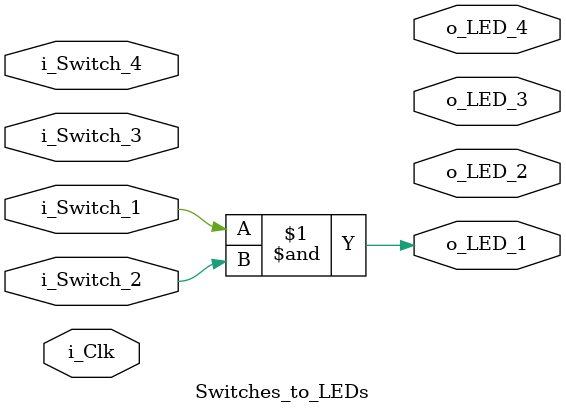
<source format=v>
module Switches_to_LEDs
	(input i_Switch_1,
	 input i_Switch_2,
	 input i_Switch_3,
	 input i_Switch_4,
         input i_Clk,
	 output o_LED_1,
	 output o_LED_2,
	 output o_LED_3,
	 output o_LED_4);

    assign o_LED_1 = i_Switch_1 & i_Switch_2;

endmodule

</source>
